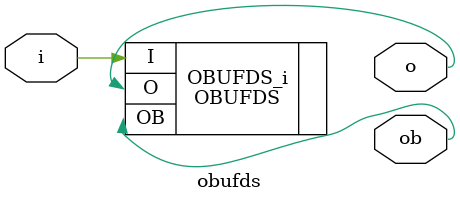
<source format=v>
/*!
 * <b>Module:</b>obufds
 * @file obufds.v
 * @date 2015-10-15  
 * @author Andrey Filippov     
 *
 * @brief Wrapper for OBUFDS primitive
 *
 * @copyright Copyright (c) 2015 Elphel, Inc .
 *
 * <b>License:</b>
 *
 * obufds.v is free software; you can redistribute it and/or modify
 * it under the terms of the GNU General Public License as published by
 * the Free Software Foundation, either version 3 of the License, or
 * (at your option) any later version.
 *
 *  obufds.v is distributed in the hope that it will be useful,
 * but WITHOUT ANY WARRANTY; without even the implied warranty of
 * MERCHANTABILITY or FITNESS FOR A PARTICULAR PURPOSE.  See the
 * GNU General Public License for more details.
 *
 * You should have received a copy of the GNU General Public License
 * along with this program.  If not, see <http://www.gnu.org/licenses/> .
 *
 * Additional permission under GNU GPL version 3 section 7:
 * If you modify this Program, or any covered work, by linking or combining it
 * with independent modules provided by the FPGA vendor only (this permission
 * does not extend to any 3-rd party modules, "soft cores" or macros) under
 * different license terms solely for the purpose of generating binary "bitstream"
 * files and/or simulating the code, the copyright holders of this Program give
 * you the right to distribute the covered work without those independent modules
 * as long as the source code for them is available from the FPGA vendor free of
 * charge, and there is no dependence on any encrypted modules for simulating of
 * the combined code. This permission applies to you if the distributed code
 * contains all the components and scripts required to completely simulate it
 * with at least one of the Free Software programs.
 */
`timescale 1ns/1ps

module  obufds #(
    parameter CAPACITANCE = "DONT_CARE",
    parameter IOSTANDARD =  "DEFAULT",
    parameter SLEW =        "SLOW"
)(
    output o,
    output ob,
    input  i
);
    OBUFDS #(
        .CAPACITANCE (CAPACITANCE),
        .IOSTANDARD  (IOSTANDARD),
        .SLEW(SLEW)
    ) OBUFDS_i (
        .O    (o),  // output 
        .OB   (ob), // output 
        .I    (i)  // input 
    );


endmodule


</source>
